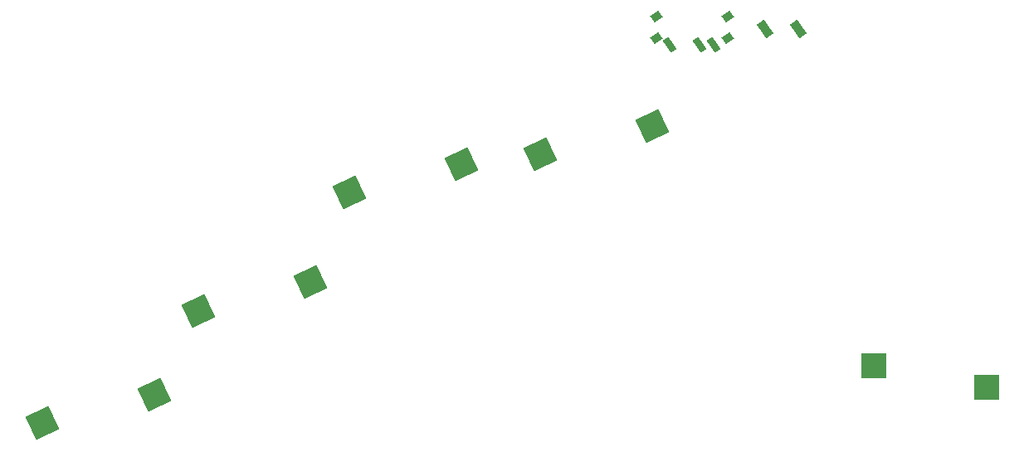
<source format=gbr>
%TF.GenerationSoftware,KiCad,Pcbnew,(6.0.7)*%
%TF.CreationDate,2022-08-09T03:43:16+01:00*%
%TF.ProjectId,digitsbest,64696769-7473-4626-9573-742e6b696361,v1.0.0*%
%TF.SameCoordinates,Original*%
%TF.FileFunction,Paste,Bot*%
%TF.FilePolarity,Positive*%
%FSLAX46Y46*%
G04 Gerber Fmt 4.6, Leading zero omitted, Abs format (unit mm)*
G04 Created by KiCad (PCBNEW (6.0.7)) date 2022-08-09 03:43:16*
%MOMM*%
%LPD*%
G01*
G04 APERTURE LIST*
G04 Aperture macros list*
%AMRotRect*
0 Rectangle, with rotation*
0 The origin of the aperture is its center*
0 $1 length*
0 $2 width*
0 $3 Rotation angle, in degrees counterclockwise*
0 Add horizontal line*
21,1,$1,$2,0,0,$3*%
G04 Aperture macros list end*
%ADD10RotRect,0.900000X1.700000X35.000000*%
%ADD11R,2.600000X2.600000*%
%ADD12RotRect,2.600000X2.600000X25.000000*%
%ADD13RotRect,1.000000X0.800000X215.000000*%
%ADD14RotRect,0.700000X1.500000X215.000000*%
G04 APERTURE END LIST*
D10*
%TO.C,*%
X160797804Y-90148758D03*
X164197804Y-90148758D03*
%TD*%
D11*
%TO.C,S9*%
X171884717Y-124539275D03*
X183434717Y-126739275D03*
%TD*%
D12*
%TO.C,S5*%
X103007162Y-118918741D03*
X114404777Y-116031378D03*
%TD*%
%TO.C,S1*%
X137875034Y-102939847D03*
X149272649Y-100052484D03*
%TD*%
D13*
%TO.C,*%
X156992105Y-91138121D03*
X156992105Y-88928121D03*
X149692105Y-88928121D03*
X149692105Y-91138121D03*
D14*
X151092105Y-91788121D03*
X154092105Y-91788121D03*
X155592105Y-91788121D03*
%TD*%
D12*
%TO.C,S3*%
X118391668Y-106834790D03*
X129789283Y-103947427D03*
%TD*%
%TO.C,S7*%
X87066182Y-130410363D03*
X98463797Y-127523000D03*
%TD*%
M02*

</source>
